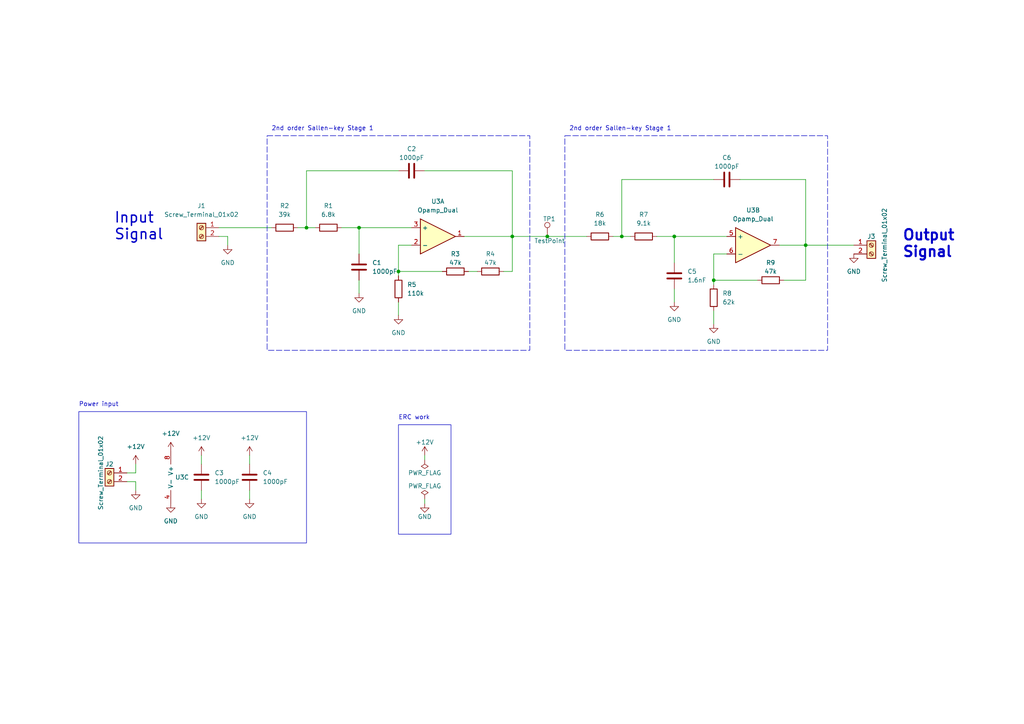
<source format=kicad_sch>
(kicad_sch (version 20230121) (generator eeschema)
  (paper "A4")
  (title_block (title "Amplifier Circuit") (date "2024-09-24"))
  (lib_symbols
    (symbol "Connector:Screw_Terminal_01x02" (pin_names (offset 1.016) hide)
      (property "Reference" "J" (at 0 2.54 0))
      (property "Value" "Screw_Terminal_01x02" (at 0 -5.08 0))
      (symbol "Screw_Terminal_01x02_1_1"
        (rectangle (start -1.27 1.27) (end 1.27 -3.81) (stroke (width 0.254)) (fill (type background)))
        (circle (center 0 -2.54) (radius 0.635) (stroke (width 0.1524)))
        (polyline (pts (xy -0.5334 -2.2098) (xy 0.3302 -3.048)) (stroke (width 0.1524)))
        (polyline (pts (xy -0.5334 0.3302) (xy 0.3302 -0.508)) (stroke (width 0.1524)))
        (polyline (pts (xy -0.3556 -2.032) (xy 0.508 -2.8702)) (stroke (width 0.1524)))
        (polyline (pts (xy -0.3556 0.508) (xy 0.508 -0.3302)) (stroke (width 0.1524)))
        (circle (center 0 0) (radius 0.635) (stroke (width 0.1524)))
        (pin passive line (at -5.08 0 0) (length 3.81) (name "Pin_1") (number "1"))
        (pin passive line (at -5.08 -2.54 0) (length 3.81) (name "Pin_2") (number "2"))
      )
    )
    (symbol "Connector:TestPoint" (pin_numbers hide) (pin_names (offset 0.762) hide)
      (property "Reference" "TP" (at 0 6.858 0))
      (property "Value" "TestPoint" (at 0 5.08 0))
      (symbol "TestPoint_0_1"
        (circle (center 0 3.302) (radius 0.762))
      )
      (symbol "TestPoint_1_1"
        (pin passive line (at 0 0 90) (length 2.54) (name "1") (number "1"))
      )
    )
    (symbol "Device:C" (pin_numbers hide) (pin_names (offset 0.254))
      (property "Reference" "C" (at 0.635 2.54 0))
      (property "Value" "C" (at 0.635 -2.54 0))
      (symbol "C_0_1"
        (polyline (pts (xy -2.032 -0.762) (xy 2.032 -0.762)) (stroke (width 0.508)))
        (polyline (pts (xy -2.032 0.762) (xy 2.032 0.762)) (stroke (width 0.508)))
      )
      (symbol "C_1_1"
        (pin passive line (at 0 3.81 270) (length 2.794) (name "~") (number "1"))
        (pin passive line (at 0 -3.81 90) (length 2.794) (name "~") (number "2"))
      )
    )
    (symbol "Device:Opamp_Dual"
      (property "Reference" "U" (at 0 5.08 0))
      (property "Value" "Opamp_Dual" (at 0 -5.08 0))
      (symbol "Opamp_Dual_1_1"
        (polyline (pts (xy -5.08 5.08) (xy 5.08 0) (xy -5.08 -5.08) (xy -5.08 5.08)) (stroke (width 0.254)) (fill (type background)))
        (pin output line (at 7.62 0 180) (length 2.54) (name "~") (number "1"))
        (pin input line (at -7.62 -2.54 0) (length 2.54) (name "-") (number "2"))
        (pin input line (at -7.62 2.54 0) (length 2.54) (name "+") (number "3"))
      )
      (symbol "Opamp_Dual_2_1"
        (polyline (pts (xy -5.08 5.08) (xy 5.08 0) (xy -5.08 -5.08) (xy -5.08 5.08)) (stroke (width 0.254)) (fill (type background)))
        (pin input line (at -7.62 2.54 0) (length 2.54) (name "+") (number "5"))
        (pin input line (at -7.62 -2.54 0) (length 2.54) (name "-") (number "6"))
        (pin output line (at 7.62 0 180) (length 2.54) (name "~") (number "7"))
      )
      (symbol "Opamp_Dual_3_1"
        (pin power_in line (at -2.54 -7.62 90) (length 3.81) (name "V-") (number "4"))
        (pin power_in line (at -2.54 7.62 270) (length 3.81) (name "V+") (number "8"))
      )
    )
    (symbol "Device:R" (pin_numbers hide) (pin_names (offset 0))
      (property "Reference" "R" (at 2.032 0 90))
      (property "Value" "R" (at 0 0 90))
      (symbol "R_0_1"
        (rectangle (start -1.016 -2.54) (end 1.016 2.54) (stroke (width 0.254)))
      )
      (symbol "R_1_1"
        (pin passive line (at 0 3.81 270) (length 1.27) (name "~") (number "1"))
        (pin passive line (at 0 -3.81 90) (length 1.27) (name "~") (number "2"))
      )
    )
    (symbol "power:+12V" (power) (pin_names (offset 0))
      (property "Value" "+12V" (at 0 3.556 0))
      (symbol "+12V_0_1"
        (polyline (pts (xy -0.762 1.27) (xy 0 2.54)))
        (polyline (pts (xy 0 0) (xy 0 2.54)))
        (polyline (pts (xy 0 2.54) (xy 0.762 1.27)))
      )
      (symbol "+12V_1_1"
        (pin power_in line (at 0 0 90) (length 0) hide (name "+12V") (number "1"))
      )
    )
    (symbol "power:GND" (power) (pin_names (offset 0))
      (property "Value" "GND" (at 0 -3.81 0))
      (symbol "GND_0_1"
        (polyline (pts (xy 0 0) (xy 0 -1.27) (xy 1.27 -1.27) (xy 0 -2.54) (xy -1.27 -1.27) (xy 0 -1.27)))
      )
      (symbol "GND_1_1"
        (pin power_in line (at 0 0 270) (length 0) hide (name "GND") (number "1"))
      )
    )
    (symbol "power:PWR_FLAG" (power) (pin_numbers hide) (pin_names (offset 0) hide)
      (property "Value" "PWR_FLAG" (at 0 3.81 0))
      (symbol "PWR_FLAG_0_0"
        (pin power_out line (at 0 0 90) (length 0) (name "pwr") (number "1"))
      )
      (symbol "PWR_FLAG_0_1"
        (polyline (pts (xy 0 0) (xy 0 1.27) (xy -1.016 1.905) (xy 0 2.54) (xy 1.016 1.905) (xy 0 1.27)))
      )
    )
  )
  (junction (at 180.34 68.58))
  (junction (at 195.58 68.58))
  (junction (at 207.01 81.28))
  (junction (at 88.9 66.04))
  (junction (at 104.14 66.04))
  (junction (at 148.59 68.58))
  (junction (at 233.68 71.12))
  (junction (at 115.57 78.74))
  (junction (at 158.75 68.58))
  (wire (pts (xy 115.57 78.74) (xy 128.27 78.74)))
  (wire (pts (xy 58.42 132.08) (xy 58.42 134.62)))
  (wire (pts (xy 123.19 132.08) (xy 123.19 133.35)))
  (wire (pts (xy 148.59 49.53) (xy 148.59 68.58)))
  (wire (pts (xy 214.63 52.07) (xy 233.68 52.07)))
  (wire (pts (xy 233.68 71.12) (xy 226.06 71.12)))
  (wire (pts (xy 207.01 81.28) (xy 219.71 81.28)))
  (wire (pts (xy 190.5 68.58) (xy 195.58 68.58)))
  (wire (pts (xy 177.8 68.58) (xy 180.34 68.58)))
  (wire (pts (xy 86.36 66.04) (xy 88.9 66.04)))
  (wire (pts (xy 207.01 82.55) (xy 207.01 81.28)))
  (wire (pts (xy 72.39 144.78) (xy 72.39 142.24)))
  (wire (pts (xy 63.5 66.04) (xy 78.74 66.04)))
  (wire (pts (xy 135.89 78.74) (xy 138.43 78.74)))
  (wire (pts (xy 195.58 83.82) (xy 195.58 87.63)))
  (wire (pts (xy 88.9 49.53) (xy 88.9 66.04)))
  (wire (pts (xy 99.06 66.04) (xy 104.14 66.04)))
  (wire (pts (xy 158.75 68.58) (xy 170.18 68.58)))
  (wire (pts (xy 233.68 81.28) (xy 233.68 71.12)))
  (wire (pts (xy 180.34 68.58) (xy 182.88 68.58)))
  (wire (pts (xy 180.34 52.07) (xy 207.01 52.07)))
  (wire (pts (xy 104.14 66.04) (xy 119.38 66.04)))
  (wire (pts (xy 115.57 71.12) (xy 119.38 71.12)))
  (wire (pts (xy 195.58 68.58) (xy 210.82 68.58)))
  (wire (pts (xy 233.68 52.07) (xy 233.68 71.12)))
  (wire (pts (xy 227.33 81.28) (xy 233.68 81.28)))
  (wire (pts (xy 58.42 144.78) (xy 58.42 142.24)))
  (wire (pts (xy 146.05 78.74) (xy 148.59 78.74)))
  (wire (pts (xy 123.19 49.53) (xy 148.59 49.53)))
  (wire (pts (xy 63.5 68.58) (xy 66.04 68.58)))
  (wire (pts (xy 148.59 78.74) (xy 148.59 68.58)))
  (wire (pts (xy 148.59 68.58) (xy 158.75 68.58)))
  (wire (pts (xy 39.37 139.7) (xy 36.83 139.7)))
  (wire (pts (xy 39.37 137.16) (xy 36.83 137.16)))
  (wire (pts (xy 195.58 68.58) (xy 195.58 76.2)))
  (wire (pts (xy 39.37 134.62) (xy 39.37 137.16)))
  (wire (pts (xy 115.57 80.01) (xy 115.57 78.74)))
  (wire (pts (xy 104.14 66.04) (xy 104.14 73.66)))
  (wire (pts (xy 88.9 66.04) (xy 91.44 66.04)))
  (wire (pts (xy 233.68 71.12) (xy 247.65 71.12)))
  (wire (pts (xy 148.59 68.58) (xy 134.62 68.58)))
  (wire (pts (xy 115.57 78.74) (xy 115.57 71.12)))
  (wire (pts (xy 66.04 68.58) (xy 66.04 71.12)))
  (wire (pts (xy 39.37 142.24) (xy 39.37 139.7)))
  (wire (pts (xy 207.01 81.28) (xy 207.01 73.66)))
  (wire (pts (xy 88.9 49.53) (xy 115.57 49.53)))
  (wire (pts (xy 104.14 81.28) (xy 104.14 85.09)))
  (wire (pts (xy 180.34 52.07) (xy 180.34 68.58)))
  (wire (pts (xy 72.39 132.08) (xy 72.39 134.62)))
  (wire (pts (xy 207.01 90.17) (xy 207.01 93.98)))
  (wire (pts (xy 207.01 73.66) (xy 210.82 73.66)))
  (wire (pts (xy 123.19 146.05) (xy 123.19 144.78)))
  (wire (pts (xy 115.57 87.63) (xy 115.57 91.44)))
  (rectangle (start 115.57 123.19) (end 130.81 154.94))
  (rectangle (start 77.47 39.37) (end 153.67 101.6) (stroke (width 0) (type dash)))
  (rectangle (start 22.86 119.38) (end 88.9 157.48))
  (rectangle (start 163.83 39.37) (end 240.03 101.6) (stroke (width 0) (type dash)))
  (text "ERC work" (at 115.57 121.92 0) (effects (font (size 1.27 1.27)) (justify left bottom)))
  (text "2nd order Sallen-key Stage 1" (at 78.74 38.1 0) (effects (font (size 1.27 1.27)) (justify left bottom)))
  (text "Input \nSignal" (at 33.02 69.85 0) (effects (font (size 3 3) (thickness 0.4) bold) (justify left bottom)))
  (text "Power input" (at 22.86 118.11 0) (effects (font (size 1.27 1.27)) (justify left bottom)))
  (text "2nd order Sallen-key Stage 1" (at 165.1 38.1 0) (effects (font (size 1.27 1.27)) (justify left bottom)))
  (text "Output \nSignal" (at 261.62 74.93 0) (effects (font (size 3 3) bold) (justify left bottom)))
  (symbol (lib_id "Device:R") (at 142.24 78.74 270) (unit 1)
    (property "Reference" "R4" (at 142.24 73.66 90))
    (property "Value" "47k" (at 142.24 76.2 90))
    (property "Footprint" "Resistor_SMD:R_0402_1005Metric" (effects hide))
  )
  (symbol (lib_id "Device:R") (at 223.52 81.28 270) (unit 1)
    (property "Reference" "R9" (at 223.52 76.2 90))
    (property "Value" "47k" (at 223.52 78.74 90))
    (property "Footprint" "Resistor_SMD:R_0402_1005Metric" (effects hide))
  )
  (symbol (lib_id "power:+12V") (at 123.19 132.08 0) (unit 1)
    (property "Reference" "#PWR015" (effects hide))
    (property "Value" "+12V" (at 123.19 128.27 0))
  )
  (symbol (lib_id "power:GND") (at 72.39 144.78 0) (unit 1)
    (property "Reference" "#PWR011" (effects hide))
    (property "Value" "GND" (at 72.39 149.86 0))
  )
  (symbol (lib_id "Device:C") (at 104.14 77.47 0) (unit 1)
    (property "Reference" "C1" (at 107.95 76.2 0) (effects (justify left)))
    (property "Value" "1000pF" (at 107.95 78.74 0) (effects (justify left)))
    (property "Footprint" "Capacitor_THT:CP_Radial_D4.0mm_P2.00mm" (effects hide))
  )
  (symbol (lib_id "power:GND") (at 39.37 142.24 0) (unit 1)
    (property "Reference" "#PWR04" (effects hide))
    (property "Value" "GND" (at 39.37 147.32 0))
  )
  (symbol (lib_id "power:GND") (at 195.58 87.63 0) (unit 1)
    (property "Reference" "#PWR012" (effects hide))
    (property "Value" "GND" (at 195.58 92.71 0))
  )
  (symbol (lib_id "Device:R") (at 115.57 83.82 180) (unit 1)
    (property "Reference" "R5" (at 118.11 82.55 0) (effects (justify right)))
    (property "Value" "110k" (at 118.11 85.09 0) (effects (justify right)))
    (property "Footprint" "Resistor_SMD:R_0402_1005Metric" (effects hide))
  )
  (symbol (lib_id "power:PWR_FLAG") (at 123.19 133.35 0) (mirror x) (unit 1)
    (property "Reference" "#FLG02" (effects hide))
    (property "Value" "PWR_FLAG" (at 123.19 137.16 0))
  )
  (symbol (lib_id "Device:R") (at 82.55 66.04 270) (unit 1)
    (property "Reference" "R2" (at 82.55 59.69 90))
    (property "Value" "39k" (at 82.55 62.23 90))
    (property "Footprint" "Resistor_SMD:R_0402_1005Metric" (effects hide))
  )
  (symbol (lib_id "Device:Opamp_Dual") (at 52.07 138.43 0) (unit 3)
    (property "Reference" "U3" (at 50.8 138.43 0) (effects (justify left)))
    (property "Value" "Opamp_Dual" (effects hide))
    (property "Footprint" "Package_DIP:DIP-8_W7.62mm" (effects hide))
    (property "Sim.Library" "${KICAD7_SYMBOL_DIR}/Simulation_SPICE.sp" (effects hide))
    (property "Sim.Name" "kicad_builtin_opamp_dual" (effects hide))
    (property "Sim.Device" "SUBCKT" (effects hide))
    (property "Sim.Pins" "1=out1 2=in1- 3=in1+ 4=vee 5=in2+ 6=in2- 7=out2 8=vcc" (effects hide))
  )
  (symbol (lib_id "power:GND") (at 104.14 85.09 0) (unit 1)
    (property "Reference" "#PWR01" (effects hide))
    (property "Value" "GND" (at 104.14 90.17 0))
  )
  (symbol (lib_id "power:GND") (at 247.65 73.66 0) (unit 1)
    (property "Reference" "#PWR014" (effects hide))
    (property "Value" "GND" (at 247.65 78.74 0))
  )
  (symbol (lib_id "Device:Opamp_Dual") (at 218.44 71.12 0) (unit 2)
    (property "Reference" "U3" (at 218.44 60.96 0))
    (property "Value" "Opamp_Dual" (at 218.44 63.5 0))
    (property "Footprint" "Package_DIP:DIP-8_W7.62mm" (effects hide))
    (property "Sim.Library" "${KICAD7_SYMBOL_DIR}/Simulation_SPICE.sp" (effects hide))
    (property "Sim.Name" "kicad_builtin_opamp_dual" (effects hide))
    (property "Sim.Device" "SUBCKT" (effects hide))
    (property "Sim.Pins" "1=out1 2=in1- 3=in1+ 4=vee 5=in2+ 6=in2- 7=out2 8=vcc" (effects hide))
  )
  (symbol (lib_id "Device:C") (at 119.38 49.53 270) (unit 1)
    (property "Reference" "C2" (at 119.38 43.18 90))
    (property "Value" "1000pF" (at 119.38 45.72 90))
    (property "Footprint" "Capacitor_THT:CP_Radial_D4.0mm_P2.00mm" (effects hide))
  )
  (symbol (lib_id "Device:C") (at 72.39 138.43 0) (unit 1)
    (property "Reference" "C4" (at 76.2 137.16 0) (effects (justify left)))
    (property "Value" "1000pF" (at 76.2 139.7 0) (effects (justify left)))
    (property "Footprint" "Capacitor_THT:CP_Radial_D4.0mm_P2.00mm" (effects hide))
  )
  (symbol (lib_id "power:GND") (at 58.42 144.78 0) (unit 1)
    (property "Reference" "#PWR09" (effects hide))
    (property "Value" "GND" (at 58.42 149.86 0))
  )
  (symbol (lib_id "power:GND") (at 49.53 146.05 0) (unit 1)
    (property "Reference" "#PWR06" (effects hide))
    (property "Value" "GND" (at 49.53 151.13 0))
  )
  (symbol (lib_id "Device:R") (at 186.69 68.58 270) (unit 1)
    (property "Reference" "R7" (at 186.69 62.23 90))
    (property "Value" "9.1k" (at 186.69 64.77 90))
    (property "Footprint" "Resistor_SMD:R_0402_1005Metric" (effects hide))
  )
  (symbol (lib_id "Device:R") (at 95.25 66.04 270) (unit 1)
    (property "Reference" "R1" (at 95.25 59.69 90))
    (property "Value" "6.8k" (at 95.25 62.23 90))
    (property "Footprint" "Resistor_SMD:R_0402_1005Metric" (effects hide))
  )
  (symbol (lib_id "Device:R") (at 173.99 68.58 270) (unit 1)
    (property "Reference" "R6" (at 173.99 62.23 90))
    (property "Value" "18k" (at 173.99 64.77 90))
    (property "Footprint" "Resistor_SMD:R_0402_1005Metric" (effects hide))
  )
  (symbol (lib_id "Connector:Screw_Terminal_01x02") (at 58.42 66.04 0) (mirror y) (unit 1)
    (property "Reference" "J1" (at 58.42 59.69 0))
    (property "Value" "Screw_Terminal_01x02" (at 58.42 62.23 0))
    (property "Footprint" "Connector_PinHeader_1.27mm:PinHeader_1x02_P1.27mm_Vertical" (effects hide))
  )
  (symbol (lib_id "power:GND") (at 207.01 93.98 0) (unit 1)
    (property "Reference" "#PWR013" (effects hide))
    (property "Value" "GND" (at 207.01 99.06 0))
  )
  (symbol (lib_id "Device:R") (at 132.08 78.74 270) (unit 1)
    (property "Reference" "R3" (at 132.08 73.66 90))
    (property "Value" "47k" (at 132.08 76.2 90))
    (property "Footprint" "Resistor_SMD:R_0402_1005Metric" (effects hide))
  )
  (symbol (lib_id "Device:Opamp_Dual") (at 127 68.58 0) (unit 1)
    (property "Reference" "U3" (at 127 58.42 0))
    (property "Value" "Opamp_Dual" (at 127 60.96 0))
    (property "Footprint" "Package_DIP:DIP-8_W7.62mm" (effects hide))
    (property "Sim.Library" "${KICAD7_SYMBOL_DIR}/Simulation_SPICE.sp" (effects hide))
    (property "Sim.Name" "kicad_builtin_opamp_dual" (effects hide))
    (property "Sim.Device" "SUBCKT" (effects hide))
    (property "Sim.Pins" "1=out1 2=in1- 3=in1+ 4=vee 5=in2+ 6=in2- 7=out2 8=vcc" (effects hide))
  )
  (symbol (lib_id "power:GND") (at 115.57 91.44 0) (unit 1)
    (property "Reference" "#PWR02" (effects hide))
    (property "Value" "GND" (at 115.57 96.52 0))
  )
  (symbol (lib_id "power:PWR_FLAG") (at 123.19 144.78 0) (unit 1)
    (property "Reference" "#FLG01" (effects hide))
    (property "Value" "PWR_FLAG" (at 123.19 140.97 0))
  )
  (symbol (lib_id "Connector:TestPoint") (at 158.75 68.58 0) (unit 1)
    (property "Reference" "TP1" (at 157.48 63.5 0) (effects (justify left)))
    (property "Value" "TestPoint" (at 154.94 69.85 0) (effects (justify left)))
    (property "Footprint" "TestPoint:TestPoint_Pad_2.0x2.0mm" (effects hide))
  )
  (symbol (lib_id "power:GND") (at 66.04 71.12 0) (unit 1)
    (property "Reference" "#PWR07" (effects hide))
    (property "Value" "GND" (at 66.04 76.2 0))
  )
  (symbol (lib_id "power:+12V") (at 72.39 132.08 0) (unit 1)
    (property "Reference" "#PWR010" (effects hide))
    (property "Value" "+12V" (at 72.39 127 0))
  )
  (symbol (lib_id "Device:C") (at 210.82 52.07 270) (unit 1)
    (property "Reference" "C6" (at 210.82 45.72 90))
    (property "Value" "1000pF" (at 210.82 48.26 90))
    (property "Footprint" "Capacitor_THT:CP_Radial_D4.0mm_P2.00mm" (effects hide))
  )
  (symbol (lib_id "power:GND") (at 123.19 146.05 0) (unit 1)
    (property "Reference" "#PWR016" (effects hide))
    (property "Value" "GND" (at 123.19 149.86 0))
  )
  (symbol (lib_id "power:+12V") (at 39.37 134.62 0) (unit 1)
    (property "Reference" "#PWR03" (effects hide))
    (property "Value" "+12V" (at 39.37 129.54 0))
  )
  (symbol (lib_id "Connector:Screw_Terminal_01x02") (at 252.73 71.12 0) (unit 1)
    (property "Reference" "J3" (at 252.73 68.58 0))
    (property "Value" "Screw_Terminal_01x02" (at 256.54 71.12 90))
    (property "Footprint" "Connector_PinHeader_1.27mm:PinHeader_1x02_P1.27mm_Vertical" (effects hide))
  )
  (symbol (lib_id "Device:R") (at 207.01 86.36 180) (unit 1)
    (property "Reference" "R8" (at 209.55 85.09 0) (effects (justify right)))
    (property "Value" "62k" (at 209.55 87.63 0) (effects (justify right)))
    (property "Footprint" "Resistor_SMD:R_0402_1005Metric" (effects hide))
  )
  (symbol (lib_id "Device:C") (at 195.58 80.01 0) (unit 1)
    (property "Reference" "C5" (at 199.39 78.74 0) (effects (justify left)))
    (property "Value" "1.6nF" (at 199.39 81.28 0) (effects (justify left)))
    (property "Footprint" "Capacitor_THT:CP_Radial_D4.0mm_P2.00mm" (effects hide))
  )
  (symbol (lib_id "Device:C") (at 58.42 138.43 0) (unit 1)
    (property "Reference" "C3" (at 62.23 137.16 0) (effects (justify left)))
    (property "Value" "1000pF" (at 62.23 139.7 0) (effects (justify left)))
    (property "Footprint" "Capacitor_THT:CP_Radial_D4.0mm_P2.00mm" (effects hide))
  )
  (symbol (lib_id "Connector:Screw_Terminal_01x02") (at 31.75 137.16 0) (mirror y) (unit 1)
    (property "Reference" "J2" (at 31.75 134.62 0))
    (property "Value" "Screw_Terminal_01x02" (at 29.21 137.16 90))
    (property "Footprint" "Connector_PinHeader_1.27mm:PinHeader_1x02_P1.27mm_Vertical" (effects hide))
  )
  (symbol (lib_id "power:+12V") (at 49.53 130.81 0) (unit 1)
    (property "Reference" "#PWR05" (effects hide))
    (property "Value" "+12V" (at 49.53 125.73 0))
  )
  (symbol (lib_id "power:+12V") (at 58.42 132.08 0) (unit 1)
    (property "Reference" "#PWR08" (effects hide))
    (property "Value" "+12V" (at 58.42 127 0))
  )
)
</source>
